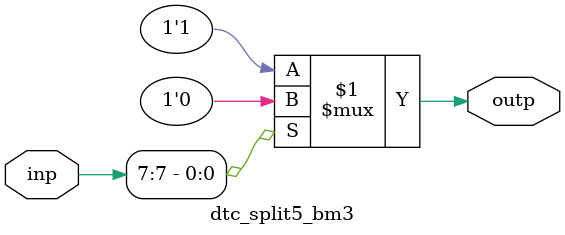
<source format=v>
module dtc_split5_bm3 (
	input  wire [8-1:0] inp,
	output wire [1-1:0] outp
);


	assign outp = (inp[7]) ? 1'b0 : 1'b1;

endmodule
</source>
